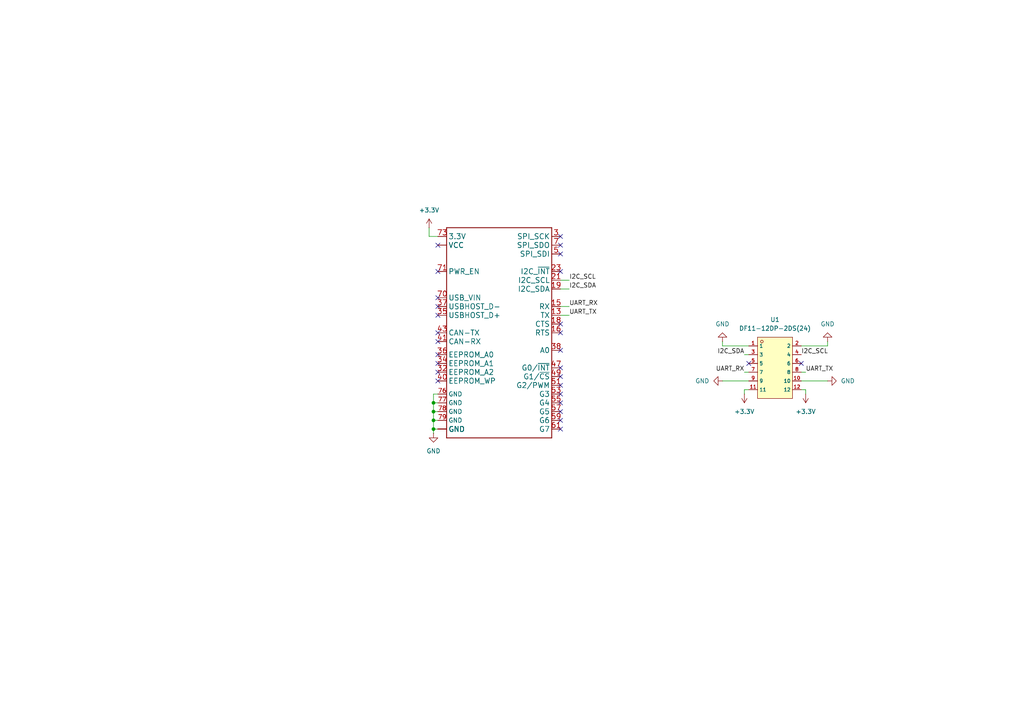
<source format=kicad_sch>
(kicad_sch (version 20250114) (generator "eeschema") (generator_version "9.0")
  (paper "A4")
  (lib_symbols
    (symbol "MOSAIC_function_board_symbols:DF11-12DP-2DS(24)"
      (property "Reference" "U" (at 0 1.27 0))
      (property "Value" "DF11-12DP-2DS(24)" (at 0 10.414 0))
      (symbol "DF11-12DP-2DS(24)_0_1"
        (rectangle (start -5.08 8.89) (end 5.08 -8.89) (fill (type background)))
        (circle (center -3.81 7.62) (radius 0.381) (fill (type background)))
        (pin unspecified line (at -7.62 6.35 0) (length 2.54) (name "1") (number "1"))
        (pin unspecified line (at -7.62 3.81 0) (length 2.54) (name "3") (number "3"))
        (pin unspecified line (at -7.62 1.27 0) (length 2.54) (name "5") (number "5"))
        (pin unspecified line (at -7.62 -1.27 0) (length 2.54) (name "7") (number "7"))
        (pin unspecified line (at -7.62 -3.81 0) (length 2.54) (name "9") (number "9"))
        (pin unspecified line (at -7.62 -6.35 0) (length 2.54) (name "11") (number "11"))
        (pin unspecified line (at 7.62 6.35 180) (length 2.54) (name "2") (number "2"))
        (pin unspecified line (at 7.62 3.81 180) (length 2.54) (name "4") (number "4"))
        (pin unspecified line (at 7.62 1.27 180) (length 2.54) (name "6") (number "6"))
        (pin unspecified line (at 7.62 -1.27 180) (length 2.54) (name "8") (number "8"))
        (pin unspecified line (at 7.62 -3.81 180) (length 2.54) (name "10") (number "10"))
        (pin unspecified line (at 7.62 -6.35 180) (length 2.54) (name "12") (number "12"))
      )
    )
    (symbol "MOSAIC_function_board_symbols:MOSAIC_FUNCTION_BOARD_STANDARD"
      (symbol "MOSAIC_FUNCTION_BOARD_STANDARD_1_0"
        (polyline (pts (xy -15.24 27.94) (xy 15.24 27.94)) (stroke (width 0.254)))
        (polyline (pts (xy -15.24 -33.02) (xy -15.24 27.94)) (stroke (width 0.254)))
        (polyline (pts (xy 15.24 27.94) (xy 15.24 -33.02)) (stroke (width 0.254)))
        (polyline (pts (xy 15.24 -33.02) (xy -15.24 -33.02)) (stroke (width 0.254)))
        (pin bidirectional line (at -17.78 25.4 0) (length 2.54) (name "3.3V") (number "73"))
        (pin bidirectional line (at -17.78 22.86 0) (length 2.54) (name "VCC") (number "72"))
        (pin bidirectional line (at -17.78 22.86 0) (length 2.54) (name "VCC") (number "74"))
        (pin bidirectional line (at -17.78 15.24 0) (length 2.54) (name "PWR_EN") (number "71"))
        (pin bidirectional line (at -17.78 7.62 0) (length 2.54) (name "USB_VIN") (number "70"))
        (pin bidirectional line (at -17.78 5.08 0) (length 2.54) (name "USBHOST_D-") (number "37"))
        (pin bidirectional line (at -17.78 2.54 0) (length 2.54) (name "USBHOST_D+") (number "35"))
        (pin bidirectional line (at -17.78 -2.54 0) (length 2.54) (name "CAN-TX") (number "43"))
        (pin bidirectional line (at -17.78 -5.08 0) (length 2.54) (name "CAN-RX") (number "41"))
        (pin bidirectional line (at -17.78 -8.89 0) (length 2.54) (name "EEPROM_A0") (number "36"))
        (pin bidirectional line (at -17.78 -11.43 0) (length 2.54) (name "EEPROM_A1") (number "34"))
        (pin bidirectional line (at -17.78 -13.97 0) (length 2.54) (name "EEPROM_A2") (number "32"))
        (pin bidirectional line (at -17.78 -16.51 0) (length 2.54) (name "EEPROM_WP") (number "40"))
        (pin bidirectional line (at -17.78 -30.48 0) (length 2.54) (name "GND") (number "1"))
        (pin bidirectional line (at -17.78 -30.48 0) (length 2.54) (name "GND") (number "33"))
        (pin bidirectional line (at -17.78 -30.48 0) (length 2.54) (name "GND") (number "39"))
        (pin bidirectional line (at -17.78 -30.48 0) (length 2.54) (name "GND") (number "45"))
        (pin bidirectional line (at -17.78 -30.48 0) (length 2.54) (name "GND") (number "75"))
        (pin bidirectional line (at -17.78 -30.48 0) (length 2.54) (name "GND") (number "GND1"))
        (pin bidirectional line (at -17.78 -30.48 0) (length 2.54) (name "GND") (number "GND2"))
        (pin bidirectional line (at -17.78 -30.48 0) (length 2.54) (name "GND") (number "GND3"))
        (pin bidirectional line (at -17.78 -30.48 0) (length 2.54) (name "GND") (number "GND4"))
        (pin bidirectional line (at -17.78 -30.48 0) (length 2.54) (name "GND") (number "GND5"))
        (pin bidirectional line (at -17.78 -30.48 0) (length 2.54) (name "GND") (number "GND6"))
        (pin bidirectional line (at 17.78 25.4 180) (length 2.54) (name "SPI_SCK") (number "3"))
        (pin bidirectional line (at 17.78 22.86 180) (length 2.54) (name "SPI_SDO") (number "7"))
        (pin bidirectional line (at 17.78 20.32 180) (length 2.54) (name "SPI_SDI") (number "5"))
        (pin bidirectional line (at 17.78 15.24 180) (length 2.54) (name "I2C_~{INT}") (number "23"))
        (pin bidirectional line (at 17.78 12.7 180) (length 2.54) (name "I2C_SCL") (number "21"))
        (pin bidirectional line (at 17.78 10.16 180) (length 2.54) (name "I2C_SDA") (number "19"))
        (pin bidirectional line (at 17.78 5.08 180) (length 2.54) (name "RX") (number "15"))
        (pin bidirectional line (at 17.78 2.54 180) (length 2.54) (name "TX") (number "13"))
        (pin bidirectional line (at 17.78 0 180) (length 2.54) (name "CTS") (number "18"))
        (pin bidirectional line (at 17.78 -2.54 180) (length 2.54) (name "RTS") (number "16"))
        (pin bidirectional line (at 17.78 -7.62 180) (length 2.54) (name "A0") (number "38"))
        (pin bidirectional line (at 17.78 -12.7 180) (length 2.54) (name "G0/~{INT}") (number "47"))
        (pin bidirectional line (at 17.78 -15.24 180) (length 2.54) (name "G1/~{CS}") (number "49"))
        (pin bidirectional line (at 17.78 -17.78 180) (length 2.54) (name "G2/PWM") (number "51"))
        (pin bidirectional line (at 17.78 -20.32 180) (length 2.54) (name "G3") (number "53"))
        (pin bidirectional line (at 17.78 -22.86 180) (length 2.54) (name "G4") (number "55"))
        (pin bidirectional line (at 17.78 -25.4 180) (length 2.54) (name "G5") (number "57"))
        (pin bidirectional line (at 17.78 -27.94 180) (length 2.54) (name "G6") (number "59"))
        (pin bidirectional line (at 17.78 -30.48 180) (length 2.54) (name "G7") (number "61"))
      )
      (symbol "MOSAIC_FUNCTION_BOARD_STANDARD_1_1"
        (pin unspecified line (at -17.78 -20.32 0) (length 2.54) (name "GND") (number "76"))
        (pin unspecified line (at -17.78 -22.86 0) (length 2.54) (name "GND") (number "77"))
        (pin unspecified line (at -17.78 -25.4 0) (length 2.54) (name "GND") (number "78"))
        (pin unspecified line (at -17.78 -27.94 0) (length 2.54) (name "GND") (number "79"))
      )
    )
    (symbol "power:+3.3V" (power) (pin_numbers (hide yes)) (pin_names (offset 0) (hide yes))
      (property "Value" "+3.3V" (at 0 3.556 0))
      (symbol "+3.3V_0_1"
        (polyline (pts (xy -0.762 1.27) (xy 0 2.54)))
        (polyline (pts (xy 0 2.54) (xy 0.762 1.27)))
        (polyline (pts (xy 0 0) (xy 0 2.54)))
      )
      (symbol "+3.3V_1_1"
        (pin power_in line (at 0 0 90) (length 0) (name "~") (number "1"))
      )
    )
    (symbol "power:GND" (power) (pin_numbers (hide yes)) (pin_names (offset 0) (hide yes))
      (property "Value" "GND" (at 0 -3.81 0))
      (symbol "GND_0_1"
        (polyline (pts (xy 0 0) (xy 0 -1.27) (xy 1.27 -1.27) (xy 0 -2.54) (xy -1.27 -1.27) (xy 0 -1.27)))
      )
      (symbol "GND_1_1"
        (pin power_in line (at 0 0 270) (length 0) (name "~") (number "1"))
      )
    )
  )
  (junction (at 125.73 121.92))
  (junction (at 125.73 119.38))
  (junction (at 125.73 124.46))
  (junction (at 125.73 116.84))
  (no_connect (at 217.17 105.41))
  (no_connect (at 127 78.74))
  (no_connect (at 162.56 111.76))
  (no_connect (at 127 110.49))
  (no_connect (at 162.56 73.66))
  (no_connect (at 127 102.87))
  (no_connect (at 162.56 124.46))
  (no_connect (at 232.41 105.41))
  (no_connect (at 127 91.44))
  (no_connect (at 162.56 109.22))
  (no_connect (at 127 96.52))
  (no_connect (at 127 71.12))
  (no_connect (at 127 105.41))
  (no_connect (at 162.56 96.52))
  (no_connect (at 162.56 68.58))
  (no_connect (at 127 99.06))
  (no_connect (at 127 86.36))
  (no_connect (at 127 88.9))
  (no_connect (at 162.56 101.6))
  (no_connect (at 162.56 119.38))
  (no_connect (at 162.56 121.92))
  (no_connect (at 127 107.95))
  (no_connect (at 162.56 106.68))
  (no_connect (at 162.56 71.12))
  (no_connect (at 162.56 93.98))
  (no_connect (at 162.56 78.74))
  (no_connect (at 162.56 116.84))
  (no_connect (at 162.56 114.3))
  (wire (pts (xy 125.73 121.92) (xy 125.73 124.46)))
  (wire (pts (xy 127 124.46) (xy 125.73 124.46)))
  (wire (pts (xy 232.41 107.95) (xy 233.68 107.95)))
  (wire (pts (xy 127 68.58) (xy 124.46 68.58)))
  (wire (pts (xy 162.56 88.9) (xy 165.1 88.9)))
  (wire (pts (xy 209.55 99.06) (xy 209.55 100.33)))
  (wire (pts (xy 232.41 113.03) (xy 233.68 113.03)))
  (wire (pts (xy 127 114.3) (xy 125.73 114.3)))
  (wire (pts (xy 125.73 124.46) (xy 125.73 125.73)))
  (wire (pts (xy 125.73 116.84) (xy 125.73 119.38)))
  (wire (pts (xy 125.73 114.3) (xy 125.73 116.84)))
  (wire (pts (xy 232.41 100.33) (xy 240.03 100.33)))
  (wire (pts (xy 127 116.84) (xy 125.73 116.84)))
  (wire (pts (xy 233.68 113.03) (xy 233.68 114.3)))
  (wire (pts (xy 124.46 68.58) (xy 124.46 66.04)))
  (wire (pts (xy 162.56 81.28) (xy 165.1 81.28)))
  (wire (pts (xy 215.9 113.03) (xy 215.9 114.3)))
  (wire (pts (xy 209.55 100.33) (xy 217.17 100.33)))
  (wire (pts (xy 217.17 113.03) (xy 215.9 113.03)))
  (wire (pts (xy 215.9 102.87) (xy 217.17 102.87)))
  (wire (pts (xy 127 121.92) (xy 125.73 121.92)))
  (wire (pts (xy 240.03 100.33) (xy 240.03 99.06)))
  (wire (pts (xy 162.56 91.44) (xy 165.1 91.44)))
  (wire (pts (xy 127 119.38) (xy 125.73 119.38)))
  (wire (pts (xy 125.73 119.38) (xy 125.73 121.92)))
  (wire (pts (xy 162.56 83.82) (xy 165.1 83.82)))
  (wire (pts (xy 209.55 110.49) (xy 217.17 110.49)))
  (wire (pts (xy 215.9 107.95) (xy 217.17 107.95)))
  (wire (pts (xy 232.41 110.49) (xy 240.03 110.49)))
  (label "I2C_SCL" (at 232.41 102.87 0))
  (label "I2C_SDA" (at 215.9 102.87 180))
  (label "UART_RX" (at 215.9 107.95 180))
  (label "I2C_SDA" (at 165.1 83.82 0))
  (label "UART_TX" (at 165.1 91.44 0))
  (label "UART_RX" (at 165.1 88.9 0))
  (label "UART_TX" (at 233.68 107.95 0))
  (label "I2C_SCL" (at 165.1 81.28 0))
  (symbol (lib_id "power:GND") (at 240.03 110.49 90) (unit 1)
    (property "Reference" "#PWR05" (effects (hide yes)))
    (property "Value" "GND" (at 243.84 110.4899 90) (effects (justify right)))
    (property "Description" "Power symbol creates a global label with name \"GND\" , ground" (effects (hide yes)))
  )
  (symbol (lib_id "MOSAIC_function_board_symbols:DF11-12DP-2DS(24)") (at 224.79 106.68 0) (unit 1)
    (property "Reference" "U1" (at 224.79 92.71 0))
    (property "Value" "DF11-12DP-2DS(24)" (at 224.79 95.25 0))
    (property "Footprint" "MOSAIC_function_board_footprints:CONN-TH_DF11-12DP-2DS-24" (effects (hide yes)))
    (property "Datasheet" "https://item.szlcsc.com/136152.html" (effects (hide yes)))
    (property "LCSC" "C124876" (effects (hide yes)))
  )
  (symbol (lib_id "MOSAIC_function_board_symbols:MOSAIC_FUNCTION_BOARD_STANDARD") (at 144.78 93.98 0) (unit 1)
    (property "Reference" "J1" (effects (hide yes)))
    (property "Footprint" "MOSAIC_function_board_footprints:M.2-CARD-E-22_FUNCTION_STANDARD" (effects (hide yes)))
    (property "Description" "Function Board Connector\n\nDescription: A card edge connector and mating PCB connector to allow various MicroMod/MOSAIC Processor Boards to be coupled with various carrier boards of different capabilities. Based on the M.2 standard." (effects (hide yes)))
  )
  (symbol (lib_id "power:+3.3V") (at 124.46 66.04 0) (unit 1)
    (property "Reference" "#PWR06" (effects (hide yes)))
    (property "Value" "+3.3V" (at 124.46 60.96 0))
    (property "Description" "Power symbol creates a global label with name \"+3.3V\"" (effects (hide yes)))
  )
  (symbol (lib_id "power:GND") (at 209.55 110.49 270) (unit 1)
    (property "Reference" "#PWR04" (effects (hide yes)))
    (property "Value" "GND" (at 205.74 110.4899 90) (effects (justify right)))
    (property "Description" "Power symbol creates a global label with name \"GND\" , ground" (effects (hide yes)))
  )
  (symbol (lib_id "power:+3.3V") (at 215.9 114.3 180) (unit 1)
    (property "Reference" "#PWR07" (effects (hide yes)))
    (property "Value" "+3.3V" (at 215.9 119.38 0))
    (property "Description" "Power symbol creates a global label with name \"+3.3V\"" (effects (hide yes)))
  )
  (symbol (lib_id "power:+3.3V") (at 233.68 114.3 180) (unit 1)
    (property "Reference" "#PWR08" (effects (hide yes)))
    (property "Value" "+3.3V" (at 233.68 119.38 0))
    (property "Description" "Power symbol creates a global label with name \"+3.3V\"" (effects (hide yes)))
  )
  (symbol (lib_id "power:GND") (at 125.73 125.73 0) (unit 1)
    (property "Reference" "#PWR01" (effects (hide yes)))
    (property "Value" "GND" (at 125.73 130.81 0))
    (property "Description" "Power symbol creates a global label with name \"GND\" , ground" (effects (hide yes)))
  )
  (symbol (lib_id "power:GND") (at 209.55 99.06 180) (unit 1)
    (property "Reference" "#PWR02" (effects (hide yes)))
    (property "Value" "GND" (at 209.55 93.98 0))
    (property "Description" "Power symbol creates a global label with name \"GND\" , ground" (effects (hide yes)))
  )
  (symbol (lib_id "power:GND") (at 240.03 99.06 180) (unit 1)
    (property "Reference" "#PWR03" (effects (hide yes)))
    (property "Value" "GND" (at 240.03 93.98 0))
    (property "Description" "Power symbol creates a global label with name \"GND\" , ground" (effects (hide yes)))
  )
)
</source>
